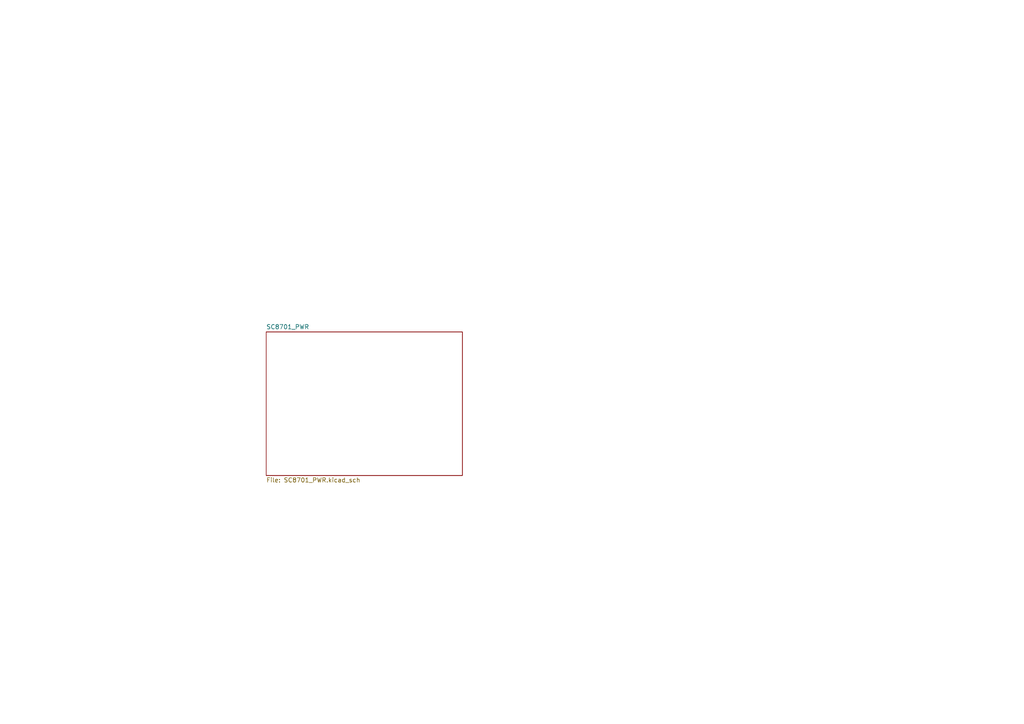
<source format=kicad_sch>
(kicad_sch
	(version 20231120)
	(generator "eeschema")
	(generator_version "8.0")
	(uuid "8fcd8466-e9f7-4958-8f9f-9aae38a059bc")
	(paper "A4")
	(lib_symbols)
	(sheet
		(at 77.216 96.266)
		(size 56.896 41.656)
		(fields_autoplaced yes)
		(stroke
			(width 0.1524)
			(type solid)
		)
		(fill
			(color 0 0 0 0.0000)
		)
		(uuid "2f68cb5c-71e7-4bd8-bdaf-c3f603edb231")
		(property "Sheetname" "SC8701_PWR"
			(at 77.216 95.5544 0)
			(effects
				(font
					(size 1.27 1.27)
				)
				(justify left bottom)
			)
		)
		(property "Sheetfile" "SC8701_PWR.kicad_sch"
			(at 77.216 138.5066 0)
			(effects
				(font
					(size 1.27 1.27)
				)
				(justify left top)
			)
		)
		(instances
			(project "MW_Buck_Boost_Analog"
				(path "/8fcd8466-e9f7-4958-8f9f-9aae38a059bc"
					(page "2")
				)
			)
		)
	)
	(sheet_instances
		(path "/"
			(page "1")
		)
	)
)

</source>
